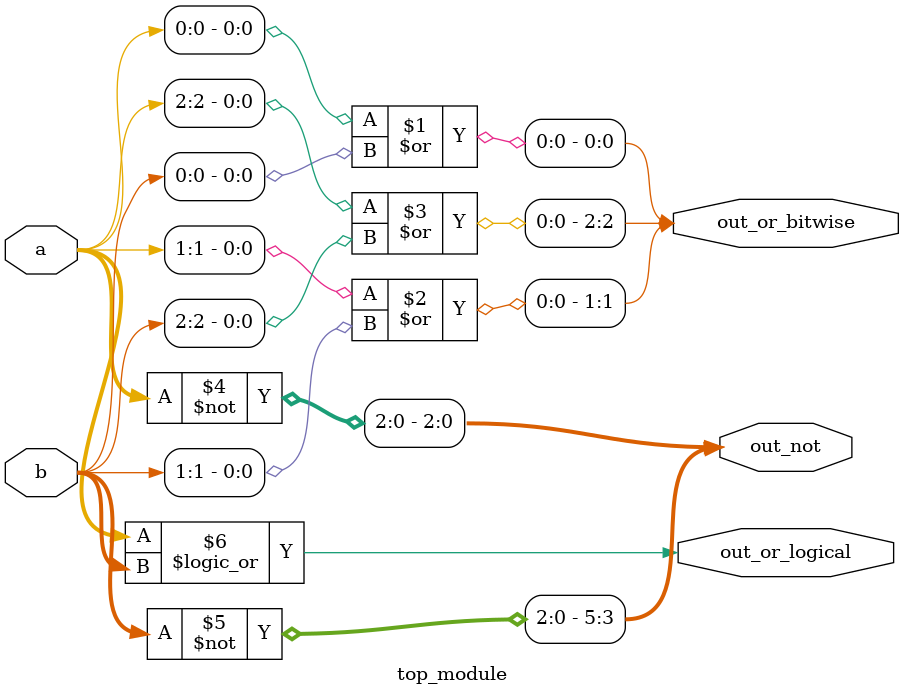
<source format=v>
module top_module( 
    input [2:0] a,
    input [2:0] b,
    output [2:0] out_or_bitwise,
    output out_or_logical,
    output [5:0] out_not
);
    assign out_or_bitwise = {a[2] | b[2], a[1] | b[1], a[0] | b[0]};
    assign out_not[0+:3] = ~a[0+:3];
    assign out_not[3+:3] = ~b[0+:3];
    assign out_or_logical = a || b;
endmodule
</source>
